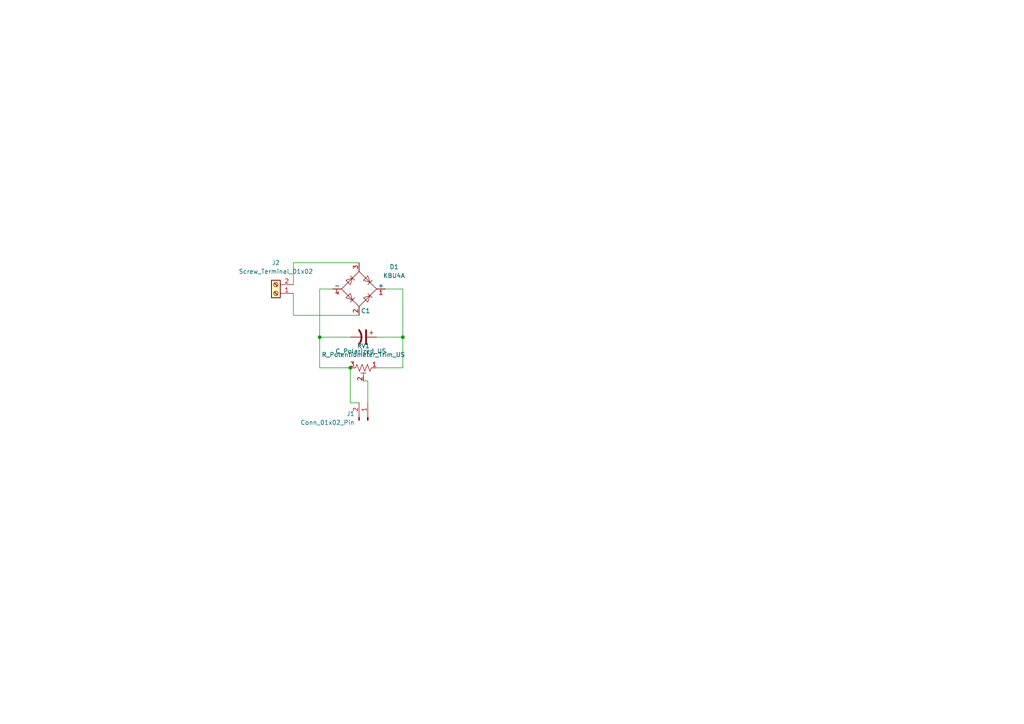
<source format=kicad_sch>
(kicad_sch
	(version 20231120)
	(generator "eeschema")
	(generator_version "8.0")
	(uuid "bd52ac8f-1039-48d3-ba70-07b860d175a6")
	(paper "A4")
	(lib_symbols
		(symbol "Connector:Conn_01x02_Pin"
			(pin_names
				(offset 1.016) hide)
			(exclude_from_sim no)
			(in_bom yes)
			(on_board yes)
			(property "Reference" "J"
				(at 0 2.54 0)
				(effects
					(font
						(size 1.27 1.27)
					)
				)
			)
			(property "Value" "Conn_01x02_Pin"
				(at 0 -5.08 0)
				(effects
					(font
						(size 1.27 1.27)
					)
				)
			)
			(property "Footprint" ""
				(at 0 0 0)
				(effects
					(font
						(size 1.27 1.27)
					)
					(hide yes)
				)
			)
			(property "Datasheet" "~"
				(at 0 0 0)
				(effects
					(font
						(size 1.27 1.27)
					)
					(hide yes)
				)
			)
			(property "Description" "Generic connector, single row, 01x02, script generated"
				(at 0 0 0)
				(effects
					(font
						(size 1.27 1.27)
					)
					(hide yes)
				)
			)
			(property "ki_locked" ""
				(at 0 0 0)
				(effects
					(font
						(size 1.27 1.27)
					)
				)
			)
			(property "ki_keywords" "connector"
				(at 0 0 0)
				(effects
					(font
						(size 1.27 1.27)
					)
					(hide yes)
				)
			)
			(property "ki_fp_filters" "Connector*:*_1x??_*"
				(at 0 0 0)
				(effects
					(font
						(size 1.27 1.27)
					)
					(hide yes)
				)
			)
			(symbol "Conn_01x02_Pin_1_1"
				(polyline
					(pts
						(xy 1.27 -2.54) (xy 0.8636 -2.54)
					)
					(stroke
						(width 0.1524)
						(type default)
					)
					(fill
						(type none)
					)
				)
				(polyline
					(pts
						(xy 1.27 0) (xy 0.8636 0)
					)
					(stroke
						(width 0.1524)
						(type default)
					)
					(fill
						(type none)
					)
				)
				(rectangle
					(start 0.8636 -2.413)
					(end 0 -2.667)
					(stroke
						(width 0.1524)
						(type default)
					)
					(fill
						(type outline)
					)
				)
				(rectangle
					(start 0.8636 0.127)
					(end 0 -0.127)
					(stroke
						(width 0.1524)
						(type default)
					)
					(fill
						(type outline)
					)
				)
				(pin passive line
					(at 5.08 0 180)
					(length 3.81)
					(name "Pin_1"
						(effects
							(font
								(size 1.27 1.27)
							)
						)
					)
					(number "1"
						(effects
							(font
								(size 1.27 1.27)
							)
						)
					)
				)
				(pin passive line
					(at 5.08 -2.54 180)
					(length 3.81)
					(name "Pin_2"
						(effects
							(font
								(size 1.27 1.27)
							)
						)
					)
					(number "2"
						(effects
							(font
								(size 1.27 1.27)
							)
						)
					)
				)
			)
		)
		(symbol "Connector:Screw_Terminal_01x02"
			(pin_names
				(offset 1.016) hide)
			(exclude_from_sim no)
			(in_bom yes)
			(on_board yes)
			(property "Reference" "J"
				(at 0 2.54 0)
				(effects
					(font
						(size 1.27 1.27)
					)
				)
			)
			(property "Value" "Screw_Terminal_01x02"
				(at 0 -5.08 0)
				(effects
					(font
						(size 1.27 1.27)
					)
				)
			)
			(property "Footprint" ""
				(at 0 0 0)
				(effects
					(font
						(size 1.27 1.27)
					)
					(hide yes)
				)
			)
			(property "Datasheet" "~"
				(at 0 0 0)
				(effects
					(font
						(size 1.27 1.27)
					)
					(hide yes)
				)
			)
			(property "Description" "Generic screw terminal, single row, 01x02, script generated (kicad-library-utils/schlib/autogen/connector/)"
				(at 0 0 0)
				(effects
					(font
						(size 1.27 1.27)
					)
					(hide yes)
				)
			)
			(property "ki_keywords" "screw terminal"
				(at 0 0 0)
				(effects
					(font
						(size 1.27 1.27)
					)
					(hide yes)
				)
			)
			(property "ki_fp_filters" "TerminalBlock*:*"
				(at 0 0 0)
				(effects
					(font
						(size 1.27 1.27)
					)
					(hide yes)
				)
			)
			(symbol "Screw_Terminal_01x02_1_1"
				(rectangle
					(start -1.27 1.27)
					(end 1.27 -3.81)
					(stroke
						(width 0.254)
						(type default)
					)
					(fill
						(type background)
					)
				)
				(circle
					(center 0 -2.54)
					(radius 0.635)
					(stroke
						(width 0.1524)
						(type default)
					)
					(fill
						(type none)
					)
				)
				(polyline
					(pts
						(xy -0.5334 -2.2098) (xy 0.3302 -3.048)
					)
					(stroke
						(width 0.1524)
						(type default)
					)
					(fill
						(type none)
					)
				)
				(polyline
					(pts
						(xy -0.5334 0.3302) (xy 0.3302 -0.508)
					)
					(stroke
						(width 0.1524)
						(type default)
					)
					(fill
						(type none)
					)
				)
				(polyline
					(pts
						(xy -0.3556 -2.032) (xy 0.508 -2.8702)
					)
					(stroke
						(width 0.1524)
						(type default)
					)
					(fill
						(type none)
					)
				)
				(polyline
					(pts
						(xy -0.3556 0.508) (xy 0.508 -0.3302)
					)
					(stroke
						(width 0.1524)
						(type default)
					)
					(fill
						(type none)
					)
				)
				(circle
					(center 0 0)
					(radius 0.635)
					(stroke
						(width 0.1524)
						(type default)
					)
					(fill
						(type none)
					)
				)
				(pin passive line
					(at -5.08 0 0)
					(length 3.81)
					(name "Pin_1"
						(effects
							(font
								(size 1.27 1.27)
							)
						)
					)
					(number "1"
						(effects
							(font
								(size 1.27 1.27)
							)
						)
					)
				)
				(pin passive line
					(at -5.08 -2.54 0)
					(length 3.81)
					(name "Pin_2"
						(effects
							(font
								(size 1.27 1.27)
							)
						)
					)
					(number "2"
						(effects
							(font
								(size 1.27 1.27)
							)
						)
					)
				)
			)
		)
		(symbol "Device:C_Polarized_US"
			(pin_numbers hide)
			(pin_names
				(offset 0.254) hide)
			(exclude_from_sim no)
			(in_bom yes)
			(on_board yes)
			(property "Reference" "C"
				(at 0.635 2.54 0)
				(effects
					(font
						(size 1.27 1.27)
					)
					(justify left)
				)
			)
			(property "Value" "C_Polarized_US"
				(at 0.635 -2.54 0)
				(effects
					(font
						(size 1.27 1.27)
					)
					(justify left)
				)
			)
			(property "Footprint" ""
				(at 0 0 0)
				(effects
					(font
						(size 1.27 1.27)
					)
					(hide yes)
				)
			)
			(property "Datasheet" "~"
				(at 0 0 0)
				(effects
					(font
						(size 1.27 1.27)
					)
					(hide yes)
				)
			)
			(property "Description" "Polarized capacitor, US symbol"
				(at 0 0 0)
				(effects
					(font
						(size 1.27 1.27)
					)
					(hide yes)
				)
			)
			(property "ki_keywords" "cap capacitor"
				(at 0 0 0)
				(effects
					(font
						(size 1.27 1.27)
					)
					(hide yes)
				)
			)
			(property "ki_fp_filters" "CP_*"
				(at 0 0 0)
				(effects
					(font
						(size 1.27 1.27)
					)
					(hide yes)
				)
			)
			(symbol "C_Polarized_US_0_1"
				(polyline
					(pts
						(xy -2.032 0.762) (xy 2.032 0.762)
					)
					(stroke
						(width 0.508)
						(type default)
					)
					(fill
						(type none)
					)
				)
				(polyline
					(pts
						(xy -1.778 2.286) (xy -0.762 2.286)
					)
					(stroke
						(width 0)
						(type default)
					)
					(fill
						(type none)
					)
				)
				(polyline
					(pts
						(xy -1.27 1.778) (xy -1.27 2.794)
					)
					(stroke
						(width 0)
						(type default)
					)
					(fill
						(type none)
					)
				)
				(arc
					(start 2.032 -1.27)
					(mid 0 -0.5572)
					(end -2.032 -1.27)
					(stroke
						(width 0.508)
						(type default)
					)
					(fill
						(type none)
					)
				)
			)
			(symbol "C_Polarized_US_1_1"
				(pin passive line
					(at 0 3.81 270)
					(length 2.794)
					(name "~"
						(effects
							(font
								(size 1.27 1.27)
							)
						)
					)
					(number "1"
						(effects
							(font
								(size 1.27 1.27)
							)
						)
					)
				)
				(pin passive line
					(at 0 -3.81 90)
					(length 3.302)
					(name "~"
						(effects
							(font
								(size 1.27 1.27)
							)
						)
					)
					(number "2"
						(effects
							(font
								(size 1.27 1.27)
							)
						)
					)
				)
			)
		)
		(symbol "Device:R_Potentiometer_Trim_US"
			(pin_names
				(offset 1.016) hide)
			(exclude_from_sim no)
			(in_bom yes)
			(on_board yes)
			(property "Reference" "RV"
				(at -4.445 0 90)
				(effects
					(font
						(size 1.27 1.27)
					)
				)
			)
			(property "Value" "R_Potentiometer_Trim_US"
				(at -2.54 0 90)
				(effects
					(font
						(size 1.27 1.27)
					)
				)
			)
			(property "Footprint" ""
				(at 0 0 0)
				(effects
					(font
						(size 1.27 1.27)
					)
					(hide yes)
				)
			)
			(property "Datasheet" "~"
				(at 0 0 0)
				(effects
					(font
						(size 1.27 1.27)
					)
					(hide yes)
				)
			)
			(property "Description" "Trim-potentiometer, US symbol"
				(at 0 0 0)
				(effects
					(font
						(size 1.27 1.27)
					)
					(hide yes)
				)
			)
			(property "ki_keywords" "resistor variable trimpot trimmer"
				(at 0 0 0)
				(effects
					(font
						(size 1.27 1.27)
					)
					(hide yes)
				)
			)
			(property "ki_fp_filters" "Potentiometer*"
				(at 0 0 0)
				(effects
					(font
						(size 1.27 1.27)
					)
					(hide yes)
				)
			)
			(symbol "R_Potentiometer_Trim_US_0_1"
				(polyline
					(pts
						(xy 0 -2.286) (xy 0 -2.54)
					)
					(stroke
						(width 0)
						(type default)
					)
					(fill
						(type none)
					)
				)
				(polyline
					(pts
						(xy 0 2.286) (xy 0 2.54)
					)
					(stroke
						(width 0)
						(type default)
					)
					(fill
						(type none)
					)
				)
				(polyline
					(pts
						(xy 1.524 0.762) (xy 1.524 -0.762)
					)
					(stroke
						(width 0)
						(type default)
					)
					(fill
						(type none)
					)
				)
				(polyline
					(pts
						(xy 2.54 0) (xy 1.524 0)
					)
					(stroke
						(width 0)
						(type default)
					)
					(fill
						(type none)
					)
				)
				(polyline
					(pts
						(xy 0 -0.762) (xy 1.016 -1.143) (xy 0 -1.524) (xy -1.016 -1.905) (xy 0 -2.286)
					)
					(stroke
						(width 0)
						(type default)
					)
					(fill
						(type none)
					)
				)
				(polyline
					(pts
						(xy 0 0.762) (xy 1.016 0.381) (xy 0 0) (xy -1.016 -0.381) (xy 0 -0.762)
					)
					(stroke
						(width 0)
						(type default)
					)
					(fill
						(type none)
					)
				)
				(polyline
					(pts
						(xy 0 2.286) (xy 1.016 1.905) (xy 0 1.524) (xy -1.016 1.143) (xy 0 0.762)
					)
					(stroke
						(width 0)
						(type default)
					)
					(fill
						(type none)
					)
				)
			)
			(symbol "R_Potentiometer_Trim_US_1_1"
				(pin passive line
					(at 0 3.81 270)
					(length 1.27)
					(name "1"
						(effects
							(font
								(size 1.27 1.27)
							)
						)
					)
					(number "1"
						(effects
							(font
								(size 1.27 1.27)
							)
						)
					)
				)
				(pin passive line
					(at 3.81 0 180)
					(length 1.27)
					(name "2"
						(effects
							(font
								(size 1.27 1.27)
							)
						)
					)
					(number "2"
						(effects
							(font
								(size 1.27 1.27)
							)
						)
					)
				)
				(pin passive line
					(at 0 -3.81 90)
					(length 1.27)
					(name "3"
						(effects
							(font
								(size 1.27 1.27)
							)
						)
					)
					(number "3"
						(effects
							(font
								(size 1.27 1.27)
							)
						)
					)
				)
			)
		)
		(symbol "Diode_Bridge:KBU4A"
			(pin_names
				(offset 0)
			)
			(exclude_from_sim no)
			(in_bom yes)
			(on_board yes)
			(property "Reference" "D"
				(at 2.54 6.985 0)
				(effects
					(font
						(size 1.27 1.27)
					)
					(justify left)
				)
			)
			(property "Value" "KBU4A"
				(at 2.54 5.08 0)
				(effects
					(font
						(size 1.27 1.27)
					)
					(justify left)
				)
			)
			(property "Footprint" "Diode_THT:Diode_Bridge_Vishay_KBU"
				(at 3.81 3.175 0)
				(effects
					(font
						(size 1.27 1.27)
					)
					(justify left)
					(hide yes)
				)
			)
			(property "Datasheet" "http://www.vishay.com/docs/88656/kbu4.pdf"
				(at 0 0 0)
				(effects
					(font
						(size 1.27 1.27)
					)
					(hide yes)
				)
			)
			(property "Description" "Single-Phase Bridge Rectifier, 35V Vrms, 4.0A If, KBU package"
				(at 0 0 0)
				(effects
					(font
						(size 1.27 1.27)
					)
					(hide yes)
				)
			)
			(property "ki_keywords" "rectifier acdc"
				(at 0 0 0)
				(effects
					(font
						(size 1.27 1.27)
					)
					(hide yes)
				)
			)
			(property "ki_fp_filters" "Diode*Bridge*Vishay*KBU*"
				(at 0 0 0)
				(effects
					(font
						(size 1.27 1.27)
					)
					(hide yes)
				)
			)
			(symbol "KBU4A_0_1"
				(polyline
					(pts
						(xy -2.54 3.81) (xy -1.27 2.54)
					)
					(stroke
						(width 0)
						(type default)
					)
					(fill
						(type none)
					)
				)
				(polyline
					(pts
						(xy -1.27 -2.54) (xy -2.54 -3.81)
					)
					(stroke
						(width 0)
						(type default)
					)
					(fill
						(type none)
					)
				)
				(polyline
					(pts
						(xy 2.54 -1.27) (xy 3.81 -2.54)
					)
					(stroke
						(width 0)
						(type default)
					)
					(fill
						(type none)
					)
				)
				(polyline
					(pts
						(xy 2.54 1.27) (xy 3.81 2.54)
					)
					(stroke
						(width 0)
						(type default)
					)
					(fill
						(type none)
					)
				)
				(polyline
					(pts
						(xy -3.81 2.54) (xy -2.54 1.27) (xy -1.905 3.175) (xy -3.81 2.54)
					)
					(stroke
						(width 0)
						(type default)
					)
					(fill
						(type none)
					)
				)
				(polyline
					(pts
						(xy -2.54 -1.27) (xy -3.81 -2.54) (xy -1.905 -3.175) (xy -2.54 -1.27)
					)
					(stroke
						(width 0)
						(type default)
					)
					(fill
						(type none)
					)
				)
				(polyline
					(pts
						(xy 1.27 2.54) (xy 2.54 3.81) (xy 3.175 1.905) (xy 1.27 2.54)
					)
					(stroke
						(width 0)
						(type default)
					)
					(fill
						(type none)
					)
				)
				(polyline
					(pts
						(xy 3.175 -1.905) (xy 1.27 -2.54) (xy 2.54 -3.81) (xy 3.175 -1.905)
					)
					(stroke
						(width 0)
						(type default)
					)
					(fill
						(type none)
					)
				)
				(polyline
					(pts
						(xy -5.08 0) (xy 0 -5.08) (xy 5.08 0) (xy 0 5.08) (xy -5.08 0)
					)
					(stroke
						(width 0)
						(type default)
					)
					(fill
						(type none)
					)
				)
			)
			(symbol "KBU4A_1_1"
				(pin passive line
					(at 7.62 0 180)
					(length 2.54)
					(name "+"
						(effects
							(font
								(size 1.27 1.27)
							)
						)
					)
					(number "1"
						(effects
							(font
								(size 1.27 1.27)
							)
						)
					)
				)
				(pin passive line
					(at 0 -7.62 90)
					(length 2.54)
					(name "~"
						(effects
							(font
								(size 1.27 1.27)
							)
						)
					)
					(number "2"
						(effects
							(font
								(size 1.27 1.27)
							)
						)
					)
				)
				(pin passive line
					(at 0 7.62 270)
					(length 2.54)
					(name "~"
						(effects
							(font
								(size 1.27 1.27)
							)
						)
					)
					(number "3"
						(effects
							(font
								(size 1.27 1.27)
							)
						)
					)
				)
				(pin passive line
					(at -7.62 0 0)
					(length 2.54)
					(name "-"
						(effects
							(font
								(size 1.27 1.27)
							)
						)
					)
					(number "4"
						(effects
							(font
								(size 1.27 1.27)
							)
						)
					)
				)
			)
		)
	)
	(junction
		(at 101.6 106.68)
		(diameter 0)
		(color 0 0 0 0)
		(uuid "388ce0cb-f54a-4019-9cef-6704534f9292")
	)
	(junction
		(at 116.84 97.79)
		(diameter 0)
		(color 0 0 0 0)
		(uuid "9b767d75-eb06-4ad7-bc73-282ae62fa802")
	)
	(junction
		(at 92.71 97.79)
		(diameter 0)
		(color 0 0 0 0)
		(uuid "bf7cbf35-aac9-4a38-a2d9-ff1012bcf949")
	)
	(wire
		(pts
			(xy 92.71 106.68) (xy 101.6 106.68)
		)
		(stroke
			(width 0)
			(type default)
		)
		(uuid "085a2aee-7652-40b6-91e5-48766fe45273")
	)
	(wire
		(pts
			(xy 92.71 97.79) (xy 92.71 106.68)
		)
		(stroke
			(width 0)
			(type default)
		)
		(uuid "0d5318e3-bbc2-47cc-8005-aefd9ec701f6")
	)
	(wire
		(pts
			(xy 85.09 76.2) (xy 104.14 76.2)
		)
		(stroke
			(width 0)
			(type default)
		)
		(uuid "1fb4ccc3-db55-47bd-a827-9706a6bb736d")
	)
	(wire
		(pts
			(xy 101.6 116.84) (xy 104.14 116.84)
		)
		(stroke
			(width 0)
			(type default)
		)
		(uuid "24cfbeaa-d490-475e-addb-804c9953293e")
	)
	(wire
		(pts
			(xy 92.71 83.82) (xy 92.71 97.79)
		)
		(stroke
			(width 0)
			(type default)
		)
		(uuid "29a8b0ed-a9df-4ff2-a28e-562eebafe133")
	)
	(wire
		(pts
			(xy 116.84 97.79) (xy 116.84 83.82)
		)
		(stroke
			(width 0)
			(type default)
		)
		(uuid "33f7ddad-e79d-478c-a22f-f72a828192a9")
	)
	(wire
		(pts
			(xy 92.71 97.79) (xy 101.6 97.79)
		)
		(stroke
			(width 0)
			(type default)
		)
		(uuid "57613864-3824-4ee1-b7e7-fec801eb5c9f")
	)
	(wire
		(pts
			(xy 109.22 106.68) (xy 116.84 106.68)
		)
		(stroke
			(width 0)
			(type default)
		)
		(uuid "5f9bba59-200c-4473-b405-a83a2487066b")
	)
	(wire
		(pts
			(xy 106.68 110.49) (xy 105.41 110.49)
		)
		(stroke
			(width 0)
			(type default)
		)
		(uuid "975650d7-07ef-4e53-946d-f5873375aa45")
	)
	(wire
		(pts
			(xy 116.84 97.79) (xy 109.22 97.79)
		)
		(stroke
			(width 0)
			(type default)
		)
		(uuid "99f1e047-9c54-4475-89b6-a9dcaddd4007")
	)
	(wire
		(pts
			(xy 106.68 116.84) (xy 106.68 110.49)
		)
		(stroke
			(width 0)
			(type default)
		)
		(uuid "9d03ffc8-693d-4f26-961a-68a1464e53d8")
	)
	(wire
		(pts
			(xy 92.71 83.82) (xy 96.52 83.82)
		)
		(stroke
			(width 0)
			(type default)
		)
		(uuid "b0eeac9d-4907-48fb-8769-299bef348888")
	)
	(wire
		(pts
			(xy 85.09 91.44) (xy 104.14 91.44)
		)
		(stroke
			(width 0)
			(type default)
		)
		(uuid "b29bb1f0-2c58-4a11-8f6f-d40a25a8a273")
	)
	(wire
		(pts
			(xy 85.09 85.09) (xy 85.09 91.44)
		)
		(stroke
			(width 0)
			(type default)
		)
		(uuid "c60046c4-6101-43ee-a137-1b14762a9526")
	)
	(wire
		(pts
			(xy 85.09 82.55) (xy 85.09 76.2)
		)
		(stroke
			(width 0)
			(type default)
		)
		(uuid "cdd4090e-57bf-4f87-8a18-3f1e42a48925")
	)
	(wire
		(pts
			(xy 101.6 106.68) (xy 101.6 116.84)
		)
		(stroke
			(width 0)
			(type default)
		)
		(uuid "db6287ed-84c2-44d6-ab1f-ed5ae22692a0")
	)
	(wire
		(pts
			(xy 116.84 97.79) (xy 116.84 106.68)
		)
		(stroke
			(width 0)
			(type default)
		)
		(uuid "e55122fe-4f35-4363-bb89-3538c03f162e")
	)
	(wire
		(pts
			(xy 116.84 83.82) (xy 111.76 83.82)
		)
		(stroke
			(width 0)
			(type default)
		)
		(uuid "f4966ba8-a04d-4739-87f7-292ad85ba38b")
	)
	(symbol
		(lib_id "Diode_Bridge:KBU4A")
		(at 104.14 83.82 0)
		(unit 1)
		(exclude_from_sim no)
		(in_bom yes)
		(on_board yes)
		(dnp no)
		(fields_autoplaced yes)
		(uuid "4a5528ff-950f-4929-81b2-e0e1ec8934d4")
		(property "Reference" "D1"
			(at 114.3 77.3998 0)
			(effects
				(font
					(size 1.27 1.27)
				)
			)
		)
		(property "Value" "KBU4A"
			(at 114.3 79.9398 0)
			(effects
				(font
					(size 1.27 1.27)
				)
			)
		)
		(property "Footprint" "Diode_THT:Diode_Bridge_Vishay_KBU"
			(at 107.95 80.645 0)
			(effects
				(font
					(size 1.27 1.27)
				)
				(justify left)
				(hide yes)
			)
		)
		(property "Datasheet" "http://www.vishay.com/docs/88656/kbu4.pdf"
			(at 104.14 83.82 0)
			(effects
				(font
					(size 1.27 1.27)
				)
				(hide yes)
			)
		)
		(property "Description" "Single-Phase Bridge Rectifier, 35V Vrms, 4.0A If, KBU package"
			(at 104.14 83.82 0)
			(effects
				(font
					(size 1.27 1.27)
				)
				(hide yes)
			)
		)
		(pin "1"
			(uuid "88fb620b-6a26-4b3a-8ab8-b595011124c0")
		)
		(pin "2"
			(uuid "caa1a90a-3ed9-45cc-ae62-771c60e50719")
		)
		(pin "3"
			(uuid "0c6164b1-9d97-468b-9b85-b2bb69cce0ed")
		)
		(pin "4"
			(uuid "9656d9ae-59b3-4946-96dc-f200e604a885")
		)
		(instances
			(project ""
				(path "/bd52ac8f-1039-48d3-ba70-07b860d175a6"
					(reference "D1")
					(unit 1)
				)
			)
		)
	)
	(symbol
		(lib_id "Connector:Conn_01x02_Pin")
		(at 106.68 121.92 270)
		(mirror x)
		(unit 1)
		(exclude_from_sim no)
		(in_bom yes)
		(on_board yes)
		(dnp no)
		(fields_autoplaced yes)
		(uuid "7d2d2fc0-a2f2-434e-a96a-8e8477b401a7")
		(property "Reference" "J1"
			(at 102.87 120.0149 90)
			(effects
				(font
					(size 1.27 1.27)
				)
				(justify right)
			)
		)
		(property "Value" "Conn_01x02_Pin"
			(at 102.87 122.5549 90)
			(effects
				(font
					(size 1.27 1.27)
				)
				(justify right)
			)
		)
		(property "Footprint" "Connector_PinHeader_2.54mm:PinHeader_1x02_P2.54mm_Vertical"
			(at 106.68 121.92 0)
			(effects
				(font
					(size 1.27 1.27)
				)
				(hide yes)
			)
		)
		(property "Datasheet" "~"
			(at 106.68 121.92 0)
			(effects
				(font
					(size 1.27 1.27)
				)
				(hide yes)
			)
		)
		(property "Description" "Generic connector, single row, 01x02, script generated"
			(at 106.68 121.92 0)
			(effects
				(font
					(size 1.27 1.27)
				)
				(hide yes)
			)
		)
		(pin "2"
			(uuid "5b9999ce-1cde-476a-be3e-93e7056c12e2")
		)
		(pin "1"
			(uuid "c3360e1b-46d8-4c35-a665-60537ae69e72")
		)
		(instances
			(project ""
				(path "/bd52ac8f-1039-48d3-ba70-07b860d175a6"
					(reference "J1")
					(unit 1)
				)
			)
		)
	)
	(symbol
		(lib_id "Device:R_Potentiometer_Trim_US")
		(at 105.41 106.68 270)
		(unit 1)
		(exclude_from_sim no)
		(in_bom yes)
		(on_board yes)
		(dnp no)
		(fields_autoplaced yes)
		(uuid "de344753-62b4-40b5-acf8-ccd0a0e90316")
		(property "Reference" "RV1"
			(at 105.41 100.33 90)
			(effects
				(font
					(size 1.27 1.27)
				)
			)
		)
		(property "Value" "R_Potentiometer_Trim_US"
			(at 105.41 102.87 90)
			(effects
				(font
					(size 1.27 1.27)
				)
			)
		)
		(property "Footprint" "Potentiometer_THT:Potentiometer_Vishay_T93YA_Vertical"
			(at 105.41 106.68 0)
			(effects
				(font
					(size 1.27 1.27)
				)
				(hide yes)
			)
		)
		(property "Datasheet" "~"
			(at 105.41 106.68 0)
			(effects
				(font
					(size 1.27 1.27)
				)
				(hide yes)
			)
		)
		(property "Description" "Trim-potentiometer, US symbol"
			(at 105.41 106.68 0)
			(effects
				(font
					(size 1.27 1.27)
				)
				(hide yes)
			)
		)
		(pin "1"
			(uuid "c3ac5205-8c36-4de6-adbc-f524bda481de")
		)
		(pin "3"
			(uuid "dbd81502-9b42-4c7e-b32b-9ec2f079f068")
		)
		(pin "2"
			(uuid "c72840d2-2e0e-4720-a39d-771f2e0e372c")
		)
		(instances
			(project ""
				(path "/bd52ac8f-1039-48d3-ba70-07b860d175a6"
					(reference "RV1")
					(unit 1)
				)
			)
		)
	)
	(symbol
		(lib_id "Device:C_Polarized_US")
		(at 105.41 97.79 270)
		(unit 1)
		(exclude_from_sim no)
		(in_bom yes)
		(on_board yes)
		(dnp no)
		(uuid "deeb0a61-cc2c-42e2-901f-4ca8ab5198d4")
		(property "Reference" "C1"
			(at 106.045 90.17 90)
			(effects
				(font
					(size 1.27 1.27)
				)
			)
		)
		(property "Value" "C_Polarized_US"
			(at 104.648 101.854 90)
			(effects
				(font
					(size 1.27 1.27)
				)
			)
		)
		(property "Footprint" "Capacitor_THT:CP_Radial_D4.0mm_P2.00mm"
			(at 105.41 97.79 0)
			(effects
				(font
					(size 1.27 1.27)
				)
				(hide yes)
			)
		)
		(property "Datasheet" "~"
			(at 105.41 97.79 0)
			(effects
				(font
					(size 1.27 1.27)
				)
				(hide yes)
			)
		)
		(property "Description" "Polarized capacitor, US symbol"
			(at 105.41 97.79 0)
			(effects
				(font
					(size 1.27 1.27)
				)
				(hide yes)
			)
		)
		(pin "1"
			(uuid "9122d960-0bc7-45a4-8aa3-6d738cc22fff")
		)
		(pin "2"
			(uuid "19fdc517-575b-439e-b7bf-e1c4d0f54368")
		)
		(instances
			(project ""
				(path "/bd52ac8f-1039-48d3-ba70-07b860d175a6"
					(reference "C1")
					(unit 1)
				)
			)
		)
	)
	(symbol
		(lib_id "Connector:Screw_Terminal_01x02")
		(at 80.01 85.09 180)
		(unit 1)
		(exclude_from_sim no)
		(in_bom yes)
		(on_board yes)
		(dnp no)
		(fields_autoplaced yes)
		(uuid "e4010c1f-e33c-438c-a60e-a1ef86380d8a")
		(property "Reference" "J2"
			(at 80.01 76.2 0)
			(effects
				(font
					(size 1.27 1.27)
				)
			)
		)
		(property "Value" "Screw_Terminal_01x02"
			(at 80.01 78.74 0)
			(effects
				(font
					(size 1.27 1.27)
				)
			)
		)
		(property "Footprint" "TerminalBlock_RND:TerminalBlock_RND_205-00232_1x02_P5.08mm_Horizontal"
			(at 80.01 85.09 0)
			(effects
				(font
					(size 1.27 1.27)
				)
				(hide yes)
			)
		)
		(property "Datasheet" "~"
			(at 80.01 85.09 0)
			(effects
				(font
					(size 1.27 1.27)
				)
				(hide yes)
			)
		)
		(property "Description" "Generic screw terminal, single row, 01x02, script generated (kicad-library-utils/schlib/autogen/connector/)"
			(at 80.01 85.09 0)
			(effects
				(font
					(size 1.27 1.27)
				)
				(hide yes)
			)
		)
		(pin "1"
			(uuid "977f2e19-0dd5-4454-8d4f-118ac7682578")
		)
		(pin "2"
			(uuid "a373d3fd-7c43-4d54-afaa-39a4f8cad4e9")
		)
		(instances
			(project ""
				(path "/bd52ac8f-1039-48d3-ba70-07b860d175a6"
					(reference "J2")
					(unit 1)
				)
			)
		)
	)
	(sheet_instances
		(path "/"
			(page "1")
		)
	)
)

</source>
